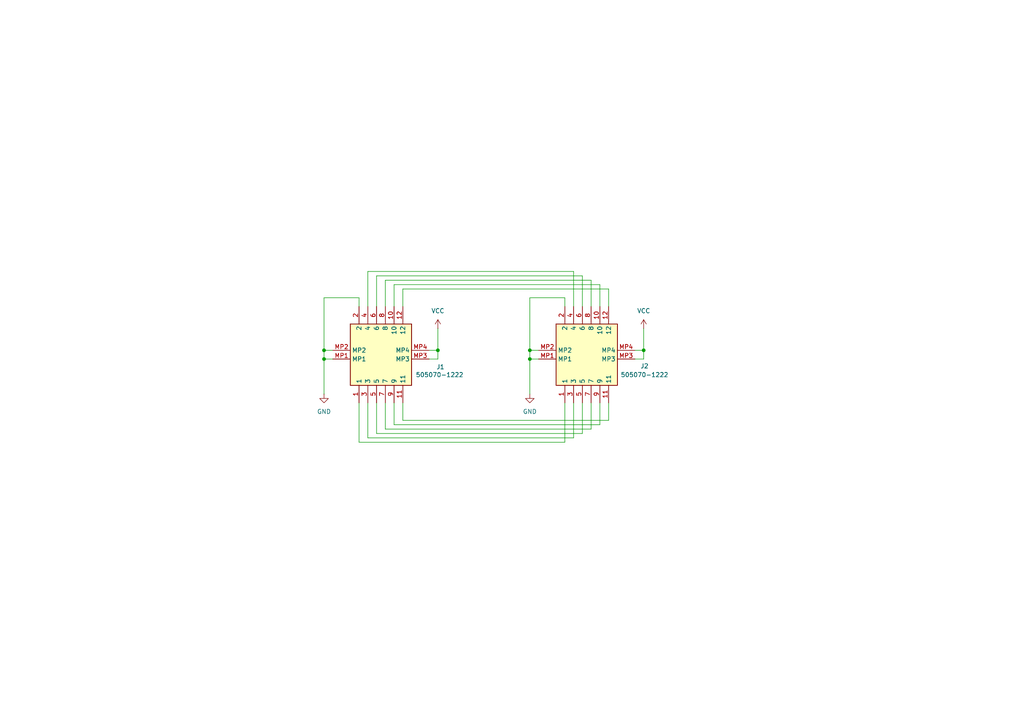
<source format=kicad_sch>
(kicad_sch (version 20231120) (generator "eeschema") (generator_version "8.0")
  (paper "A4")
  (lib_symbols
    (symbol "505070-1222:505070-1222"
      (property "Reference" "J" (at 24.13 12.7 0))
      (property "Value" "505070-1222" (at 24.13 10.16 0))
      (symbol "505070-1222_1_1"
        (rectangle (start 5.08 7.62) (end 22.86 -10.16) (stroke (width 0.254)) (fill (type background)))
        (pin passive line (at 7.62 -15.24 90) (length 5.08) (name "1") (number "1"))
        (pin passive line (at 17.78 12.7 270) (length 5.08) (name "10") (number "10"))
        (pin passive line (at 20.32 -15.24 90) (length 5.08) (name "11") (number "11"))
        (pin passive line (at 20.32 12.7 270) (length 5.08) (name "12") (number "12"))
        (pin passive line (at 7.62 12.7 270) (length 5.08) (name "2") (number "2"))
        (pin passive line (at 10.16 -15.24 90) (length 5.08) (name "3") (number "3"))
        (pin passive line (at 10.16 12.7 270) (length 5.08) (name "4") (number "4"))
        (pin passive line (at 12.7 -15.24 90) (length 5.08) (name "5") (number "5"))
        (pin passive line (at 12.7 12.7 270) (length 5.08) (name "6") (number "6"))
        (pin passive line (at 15.24 -15.24 90) (length 5.08) (name "7") (number "7"))
        (pin passive line (at 15.24 12.7 270) (length 5.08) (name "8") (number "8"))
        (pin passive line (at 17.78 -15.24 90) (length 5.08) (name "9") (number "9"))
        (pin passive line (at 0 -2.54 0) (length 5.08) (name "MP1") (number "MP1"))
        (pin passive line (at 0 0 0) (length 5.08) (name "MP2") (number "MP2"))
        (pin passive line (at 27.94 -2.54 180) (length 5.08) (name "MP3") (number "MP3"))
        (pin passive line (at 27.94 0 180) (length 5.08) (name "MP4") (number "MP4"))
      )
    )
    (symbol "power:GND" (power) (pin_numbers hide) (pin_names (offset 0) hide)
      (property "Value" "GND" (at 0 -3.81 0))
      (symbol "GND_0_1"
        (polyline (pts (xy 0 0) (xy 0 -1.27) (xy 1.27 -1.27) (xy 0 -2.54) (xy -1.27 -1.27) (xy 0 -1.27)))
      )
      (symbol "GND_1_1"
        (pin power_in line (at 0 0 270) (length 0) (name "~") (number "1"))
      )
    )
    (symbol "power:VCC" (power) (pin_numbers hide) (pin_names (offset 0) hide)
      (property "Value" "VCC" (at 0 3.556 0))
      (symbol "VCC_0_1"
        (polyline (pts (xy -0.762 1.27) (xy 0 2.54)))
        (polyline (pts (xy 0 0) (xy 0 2.54)))
        (polyline (pts (xy 0 2.54) (xy 0.762 1.27)))
      )
      (symbol "VCC_1_1"
        (pin power_in line (at 0 0 90) (length 0) (name "~") (number "1"))
      )
    )
  )
  (junction (at 93.98 101.6))
  (junction (at 153.67 104.14))
  (junction (at 186.69 101.6))
  (junction (at 127 101.6))
  (junction (at 153.67 101.6))
  (junction (at 93.98 104.14))
  (wire (pts (xy 111.76 124.46) (xy 171.45 124.46)))
  (wire (pts (xy 156.21 101.6) (xy 153.67 101.6)))
  (wire (pts (xy 184.15 101.6) (xy 186.69 101.6)))
  (wire (pts (xy 106.68 78.74) (xy 166.37 78.74)))
  (wire (pts (xy 168.91 80.01) (xy 168.91 88.9)))
  (wire (pts (xy 93.98 104.14) (xy 93.98 114.3)))
  (wire (pts (xy 109.22 88.9) (xy 109.22 80.01)))
  (wire (pts (xy 186.69 104.14) (xy 184.15 104.14)))
  (wire (pts (xy 186.69 95.25) (xy 186.69 101.6)))
  (wire (pts (xy 176.53 83.82) (xy 116.84 83.82)))
  (wire (pts (xy 106.68 116.84) (xy 106.68 127)))
  (wire (pts (xy 186.69 101.6) (xy 186.69 104.14)))
  (wire (pts (xy 109.22 116.84) (xy 109.22 125.73)))
  (wire (pts (xy 166.37 127) (xy 166.37 116.84)))
  (wire (pts (xy 171.45 88.9) (xy 171.45 81.28)))
  (wire (pts (xy 171.45 124.46) (xy 171.45 116.84)))
  (wire (pts (xy 114.3 116.84) (xy 114.3 123.19)))
  (wire (pts (xy 127 95.25) (xy 127 101.6)))
  (wire (pts (xy 93.98 104.14) (xy 96.52 104.14)))
  (wire (pts (xy 93.98 101.6) (xy 93.98 104.14)))
  (wire (pts (xy 109.22 125.73) (xy 168.91 125.73)))
  (wire (pts (xy 116.84 116.84) (xy 116.84 121.92)))
  (wire (pts (xy 104.14 86.36) (xy 93.98 86.36)))
  (wire (pts (xy 163.83 116.84) (xy 163.83 128.27)))
  (wire (pts (xy 124.46 104.14) (xy 127 104.14)))
  (wire (pts (xy 127 101.6) (xy 124.46 101.6)))
  (wire (pts (xy 168.91 125.73) (xy 168.91 116.84)))
  (wire (pts (xy 153.67 104.14) (xy 156.21 104.14)))
  (wire (pts (xy 109.22 80.01) (xy 168.91 80.01)))
  (wire (pts (xy 114.3 123.19) (xy 173.99 123.19)))
  (wire (pts (xy 163.83 128.27) (xy 104.14 128.27)))
  (wire (pts (xy 104.14 88.9) (xy 104.14 86.36)))
  (wire (pts (xy 153.67 114.3) (xy 153.67 104.14)))
  (wire (pts (xy 104.14 128.27) (xy 104.14 116.84)))
  (wire (pts (xy 163.83 88.9) (xy 163.83 86.36)))
  (wire (pts (xy 114.3 88.9) (xy 114.3 82.55)))
  (wire (pts (xy 116.84 83.82) (xy 116.84 88.9)))
  (wire (pts (xy 176.53 121.92) (xy 176.53 116.84)))
  (wire (pts (xy 106.68 88.9) (xy 106.68 78.74)))
  (wire (pts (xy 163.83 86.36) (xy 153.67 86.36)))
  (wire (pts (xy 96.52 101.6) (xy 93.98 101.6)))
  (wire (pts (xy 111.76 81.28) (xy 111.76 88.9)))
  (wire (pts (xy 173.99 82.55) (xy 173.99 88.9)))
  (wire (pts (xy 171.45 81.28) (xy 111.76 81.28)))
  (wire (pts (xy 114.3 82.55) (xy 173.99 82.55)))
  (wire (pts (xy 173.99 123.19) (xy 173.99 116.84)))
  (wire (pts (xy 176.53 88.9) (xy 176.53 83.82)))
  (wire (pts (xy 116.84 121.92) (xy 176.53 121.92)))
  (wire (pts (xy 153.67 101.6) (xy 153.67 104.14)))
  (wire (pts (xy 106.68 127) (xy 166.37 127)))
  (wire (pts (xy 111.76 116.84) (xy 111.76 124.46)))
  (wire (pts (xy 153.67 86.36) (xy 153.67 101.6)))
  (wire (pts (xy 166.37 78.74) (xy 166.37 88.9)))
  (wire (pts (xy 93.98 86.36) (xy 93.98 101.6)))
  (wire (pts (xy 127 101.6) (xy 127 104.14)))
  (symbol (lib_id "power:GND") (at 153.67 114.3 0) (unit 1)
    (property "Reference" "#PWR02" (effects (hide yes)))
    (property "Value" "GND" (at 153.67 119.38 0))
    (property "Description" "Power symbol creates a global label with name \"GND\" , ground" (effects (hide yes)))
  )
  (symbol (lib_id "505070-1222:505070-1222") (at 156.21 101.6 0) (unit 1)
    (property "Reference" "J2" (at 186.944 106.172 0))
    (property "Value" "505070-1222" (at 186.944 108.712 0))
    (property "Footprint" "505070-1222:5050701222" (effects (hide yes)))
    (property "Datasheet" "https://www.molex.com/pdm_docs/sd/5050701222_sd.pdf" (effects (hide yes)))
    (property "Description" "SlimStack Board-to-Board Connector, 0.35mm Pitch, SSB RP Series, Plug, 0.60 or 0.70mm Mated Height, 2.00mm Mated Width,  Circuits, Armor Nail, 0.15mm Fitting Nail Width" (effects (hide yes)))
    (property "Height" "0.48" (effects (hide yes)))
    (property "Mouser Part Number" "538-505070-1222" (effects (hide yes)))
    (property "Mouser Price/Stock" "https://www.mouser.co.uk/ProductDetail/Molex/505070-1222?qs=byeeYqUIh0MiP%2FEaabkigQ%3D%3D" (effects (hide yes)))
    (property "Manufacturer_Name" "Molex" (effects (hide yes)))
    (property "Manufacturer_Part_Number" "505070-1222" (effects (hide yes)))
  )
  (symbol (lib_id "505070-1222:505070-1222") (at 96.52 101.6 0) (unit 1)
    (property "Reference" "J1" (at 127.762 106.426 0))
    (property "Value" "505070-1222" (at 127.508 108.712 0))
    (property "Footprint" "505070-1222:5050701222" (effects (hide yes)))
    (property "Datasheet" "https://www.molex.com/pdm_docs/sd/5050701222_sd.pdf" (effects (hide yes)))
    (property "Description" "SlimStack Board-to-Board Connector, 0.35mm Pitch, SSB RP Series, Plug, 0.60 or 0.70mm Mated Height, 2.00mm Mated Width,  Circuits, Armor Nail, 0.15mm Fitting Nail Width" (effects (hide yes)))
    (property "Height" "0.48" (effects (hide yes)))
    (property "Mouser Part Number" "538-505070-1222" (effects (hide yes)))
    (property "Mouser Price/Stock" "https://www.mouser.co.uk/ProductDetail/Molex/505070-1222?qs=byeeYqUIh0MiP%2FEaabkigQ%3D%3D" (effects (hide yes)))
    (property "Manufacturer_Name" "Molex" (effects (hide yes)))
    (property "Manufacturer_Part_Number" "505070-1222" (effects (hide yes)))
  )
  (symbol (lib_id "power:VCC") (at 127 95.25 0) (unit 1)
    (property "Reference" "#PWR03" (effects (hide yes)))
    (property "Value" "VCC" (at 127 90.17 0))
    (property "Description" "Power symbol creates a global label with name \"VCC\"" (effects (hide yes)))
  )
  (symbol (lib_id "power:GND") (at 93.98 114.3 0) (unit 1)
    (property "Reference" "#PWR01" (effects (hide yes)))
    (property "Value" "GND" (at 93.98 119.38 0))
    (property "Description" "Power symbol creates a global label with name \"GND\" , ground" (effects (hide yes)))
  )
  (symbol (lib_id "power:VCC") (at 186.69 95.25 0) (unit 1)
    (property "Reference" "#PWR04" (effects (hide yes)))
    (property "Value" "VCC" (at 186.69 90.17 0))
    (property "Description" "Power symbol creates a global label with name \"VCC\"" (effects (hide yes)))
  )
)
</source>
